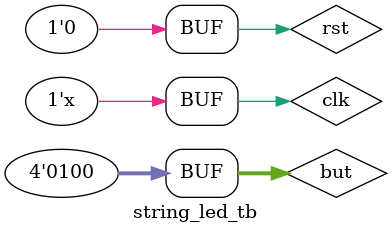
<source format=v>
`timescale 1ns / 1ps


module string_led_tb;
reg clk,rst;
reg [3:0] but;
wire [3:0] led;
string_bit_led c(clk,led,but,rst);
initial clk=1'b0;
always #5 clk=~clk;
initial begin
rst = 1'b1; but=4'b0000;
#100 rst = 1'b0; but =4'b0001;
#200 but=4'b0000;
#50 but=4'b0010;
#200 but=4'b0100;
#200 but=4'b1000;
#200 but=4'b0100;
#200;
end

endmodule

</source>
